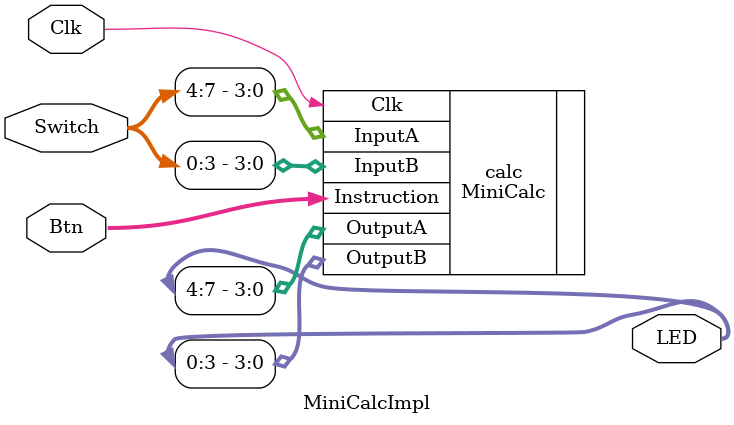
<source format=v>
`include "MiniCalc.v"

module MiniCalcImpl
(
    input Clk,
    input [0:3] Btn,
    input [0:7] Switch,
    output wire [0:7] LED
);

    MiniCalc #(
        .INPUT_BIT_WIDTH(4)
    ) calc(
        .Clk(Clk),
        .Instruction(Btn),
        .InputA(Switch[4:7]),
        .InputB(Switch[0:3]),
        .OutputA(LED[4:7]),
        .OutputB(LED[0:3])
    );

endmodule

</source>
